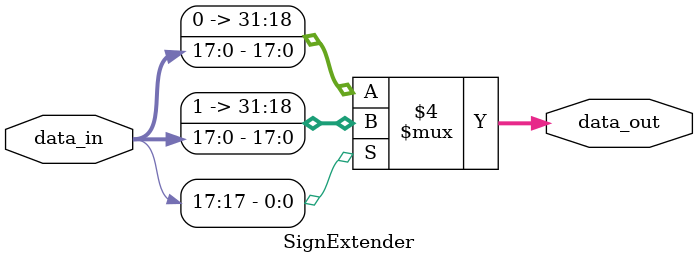
<source format=v>
`timescale 1ns / 1ps
/* SIGN EXTENDER - extend the immediate value to 32-bits
*	input: data_in, 18-bit immdiate value from Instruction Decoder
*	output: data_out, 32-bit sign extended immediate value
*/
module SignExtender#(parameter IMMBITS = 18,WIDTH = 32)(input [IMMBITS-1:0] data_in,
						  output reg [WIDTH-1:0] data_out);

	always@(data_in)
	begin
		if(data_in[IMMBITS-1] == 1)
			data_out = {14'h3fff, data_in};
		else
			data_out = {14'h0, data_in};
	end

endmodule

</source>
